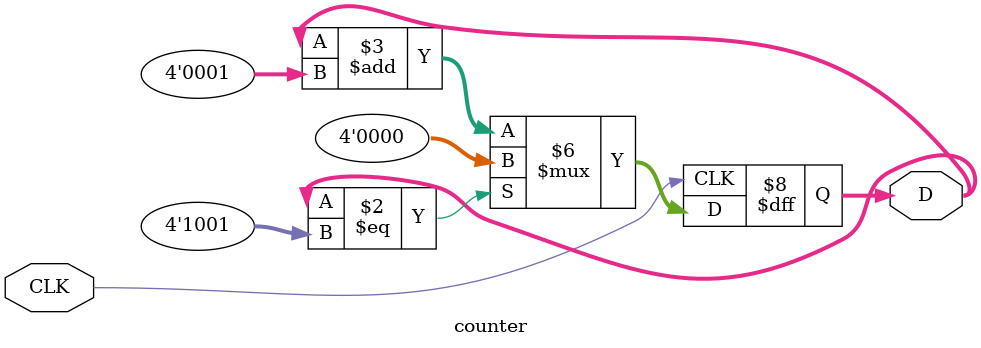
<source format=v>
`timescale 1ns / 1ps
module counter(
    input CLK,
    output reg[3:0] D = 0
    );
	always @(posedge CLK) begin
		if(D == 4'd9) begin
			D <= 0;
		end else begin
			D <= D + 4'd1;
		end
	end
endmodule

</source>
